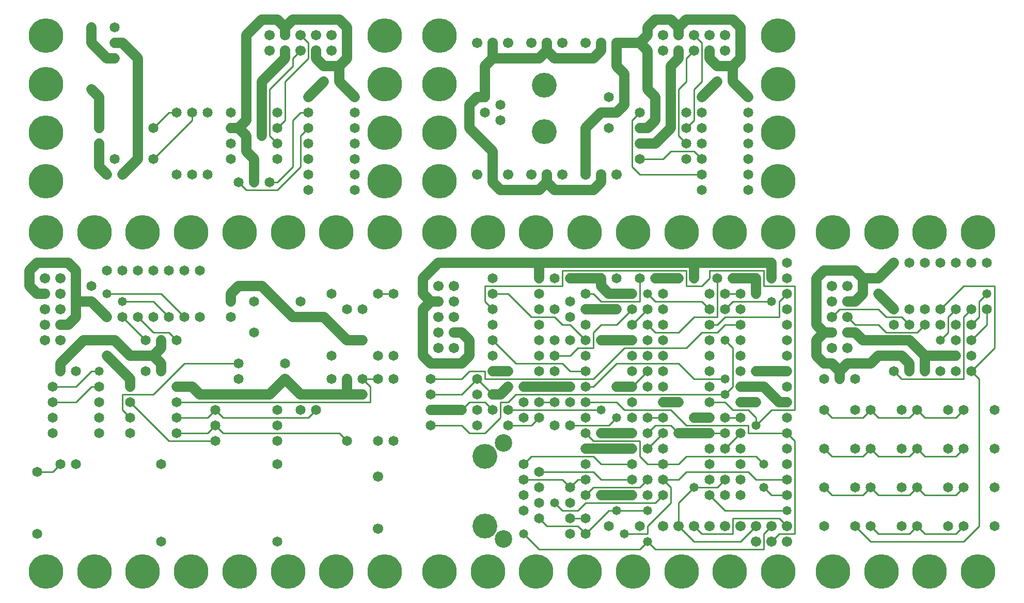
<source format=gbl>
%MOIN*%
%FSLAX25Y25*%
G04 D10 used for Character Trace; *
G04     Circle (OD=.01000) (No hole)*
G04 D11 used for Power Trace; *
G04     Circle (OD=.06500) (No hole)*
G04 D12 used for Signal Trace; *
G04     Circle (OD=.01100) (No hole)*
G04 D13 used for Via; *
G04     Circle (OD=.05800) (Round. Hole ID=.02800)*
G04 D14 used for Component hole; *
G04     Circle (OD=.06500) (Round. Hole ID=.03500)*
G04 D15 used for Component hole; *
G04     Circle (OD=.06700) (Round. Hole ID=.04300)*
G04 D16 used for Component hole; *
G04     Circle (OD=.08100) (Round. Hole ID=.05100)*
G04 D17 used for Component hole; *
G04     Circle (OD=.08900) (Round. Hole ID=.05900)*
G04 D18 used for Component hole; *
G04     Circle (OD=.11300) (Round. Hole ID=.08300)*
G04 D19 used for Component hole; *
G04     Circle (OD=.16000) (Round. Hole ID=.13000)*
G04 D20 used for Component hole; *
G04     Circle (OD=.18300) (Round. Hole ID=.15300)*
G04 D21 used for Component hole; *
G04     Circle (OD=.22291) (Round. Hole ID=.19291)*
%ADD10C,.01000*%
%ADD11C,.06500*%
%ADD12C,.01100*%
%ADD13C,.05800*%
%ADD14C,.06500*%
%ADD15C,.06700*%
%ADD16C,.08100*%
%ADD17C,.08900*%
%ADD18C,.11300*%
%ADD19C,.16000*%
%ADD20C,.18300*%
%ADD21C,.22291*%
%IPPOS*%
%LPD*%
G90*X0Y0D02*D21*X15625Y15625D03*D14*              
X10000Y40000D03*D21*X46875Y15625D03*D12*          
X10000Y80000D02*X20000D01*D14*X10000D03*D12*      
X20000D02*X25000Y85000D01*D14*D03*X35000D03*      
X20000Y105000D03*X50000D03*Y115000D03*X20000D03*  
X50000Y125000D03*D12*X20000D02*X35000D01*D14*     
X20000D03*Y135000D03*D12*X35000D01*               
X45000Y145000D01*X50000D01*D13*D03*               
X55000Y155000D03*D11*X70000Y140000D01*Y135000D01* 
D14*D03*D12*X65000Y120000D02*Y130000D01*          
X70000Y115000D02*X65000Y120000D01*D14*            
X70000Y115000D03*Y125000D03*D12*X95000Y100000D01* 
X125000D01*D14*D03*D12*X130000Y105000D02*         
X205000D01*X210000Y100000D01*D14*D03*             
X190000Y120000D03*D12*X185000Y115000D01*          
X130000D01*X125000Y120000D01*D14*D03*D12*         
X120000Y115000D01*X100000D01*D14*D03*Y125000D03*  
D12*X225000D01*Y135000D01*X220000Y140000D01*D14*  
D03*D12*X230000D01*D14*D03*X220000Y130000D03*D11* 
X210000D01*X200000D01*D14*D03*D11*X185000D01*D14* 
D03*D11*X180000D01*X170000Y140000D01*D14*D03*D11* 
X160000Y130000D01*X115000D01*X110000Y135000D01*   
X100000D01*D14*D03*X90000Y145000D03*D11*          
Y150000D01*X85000Y155000D01*X70000D01*            
X60000Y165000D01*X40000D01*X25000Y150000D01*      
Y145000D01*D14*D03*X35000D03*D12*Y125000D02*      
X45000Y135000D01*X50000D01*D14*D03*D12*           
X65000Y130000D02*X85000D01*X105000Y150000D01*     
X140000D01*D14*D03*Y140000D03*X150000Y170000D03*  
X170000Y150000D03*X135000Y180000D03*X115000D03*   
X165000Y120000D03*X105000Y180000D03*D12*          
X90000Y195000D01*X55000D01*D13*D03*               
X65000Y190000D03*D12*X85000D01*X95000Y180000D01*  
D14*D03*D12*X85000Y170000D02*X95000D01*           
X100000Y165000D01*D14*D03*X90000D03*D11*          
Y160000D01*X85000Y155000D01*D14*X80000Y145000D03* 
Y165000D03*D12*X65000Y180000D01*D14*D03*X75000D03*
D12*X85000Y170000D01*D14*Y180000D03*X55000D03*D11*
X45000Y190000D01*D14*D03*D11*X35000D01*Y180000D01*
X30000Y175000D01*X25000D01*D15*D03*               
X15000Y185000D03*Y165000D03*X25000Y185000D03*     
X15000Y175000D03*X25000Y165000D03*D11*            
X35000Y190000D02*Y210000D01*X30000Y215000D01*     
X10000D01*X5000Y210000D01*Y200000D01*             
X10000Y195000D01*X15000D01*D15*D03*               
X25000Y205000D03*Y195000D03*X15000Y205000D03*D14* 
X45000Y200000D03*D21*X46875Y234375D03*X15625D03*  
D14*X55000Y210000D03*X65000D03*X75000D03*D21*     
X78125Y234375D03*D14*X85000Y210000D03*X95000D03*  
X105000D03*X70000Y105000D03*X100000D03*D12*       
X120000D01*X125000Y110000D01*D14*D03*D12*         
X130000Y105000D01*D14*X165000Y85000D03*Y100000D03*
Y110000D03*X90000Y85000D03*X180000Y120000D03*     
X90000Y35000D03*X200000Y140000D03*                
X165000Y35000D03*X200000Y155000D03*D11*           
X210000Y165000D02*X195000Y180000D01*D14*          
X210000Y165000D03*D11*X220000D01*D14*D03*         
X230000Y155000D03*X240000D03*X220000Y185000D03*   
X210000D03*D11*X180000Y180000D02*X195000D01*D14*  
X180000D03*D11*X175000D01*X155000Y200000D01*      
X140000D01*X135000Y195000D01*Y190000D01*D14*D03*  
X150000D03*X115000Y210000D03*D21*                 
X171875Y234375D03*X140625D03*D14*                 
X180000Y190000D03*D21*X109375Y234375D03*D14*      
X200000Y195000D03*D21*X203125Y234375D03*D11*      
X210000Y130000D02*Y140000D01*D14*D03*X240000D03*  
X230000Y100000D03*X240000D03*Y195000D03*D12*      
X230000D01*D14*D03*D21*X234375Y234375D03*D15*     
X230000Y76800D03*Y43200D03*D21*X78125Y15625D03*   
X109375D03*X140625D03*X171875D03*X203125D03*      
X234375D03*G90*X0Y2000D02*D14*X215000Y262000D03*  
X185000D03*D12*X145000D02*X165000D01*             
X140000Y267000D02*X145000Y262000D01*D14*          
X140000Y267000D03*X150000D03*D11*Y282000D01*      
X145000Y287000D01*Y297000D01*X140000Y302000D01*   
X135000D01*D14*D03*D11*X140000D02*                
X145000Y307000D01*Y322000D01*D14*D03*D11*         
Y362000D01*X155000Y372000D01*X165000D01*          
X170000Y367000D01*Y362000D01*D15*D03*D11*         
Y367000D02*X175000Y372000D01*X205000D01*          
X210000Y367000D01*Y347000D01*X205000Y342000D01*   
X195000D01*X190000Y347000D01*Y352000D01*D15*D03*  
D12*X180000Y362000D02*X185000Y357000D01*D15*      
X180000Y362000D03*D12*X185000Y357000D02*          
Y347000D01*X170000Y332000D01*Y307000D01*          
X165000Y302000D01*D14*D03*D12*X160000Y327000D02*  
Y297000D01*Y327000D02*X175000Y342000D01*          
Y347000D01*X180000Y352000D01*D15*D03*             
X190000Y362000D03*X170000Y352000D03*D11*          
Y347000D01*X155000Y332000D01*Y322000D01*D14*D03*  
D11*Y297000D01*D13*D03*D12*X160000D02*            
X165000Y292000D01*D14*D03*Y282000D03*D12*         
Y262000D02*X180000Y277000D01*D14*                 
X160000Y267000D03*D12*X165000D01*                 
X175000Y277000D01*Y307000D01*X180000Y312000D01*   
X185000D01*D14*D03*Y322000D03*D11*                
X195000Y332000D01*D14*D03*D11*X205000Y342000D02*  
Y332000D01*D14*D03*D11*X215000Y322000D01*D14*D03* 
Y312000D03*Y302000D03*D21*X234375Y330125D03*      
Y298875D03*D14*X185000Y292000D03*X215000D03*D15*  
X200000Y352000D03*D14*X185000Y302000D03*D12*      
X180000Y297000D01*Y277000D01*D14*                 
X185000Y272000D03*Y282000D03*X215000Y272000D03*   
Y282000D03*X165000Y312000D03*X135000D03*          
Y292000D03*Y282000D03*D21*X234375Y267625D03*D14*  
X120000Y312000D03*Y272000D03*X110000Y312000D03*   
D12*Y307000D01*X85000Y282000D01*D14*D03*X75000D03*
D11*X65000Y272000D01*D14*D03*D11*X75000Y302000D02*
Y282000D01*D14*Y302000D03*D11*Y347000D01*         
X65000Y357000D01*X60000D01*D14*D03*D11*X45000D02* 
X55000Y347000D01*X45000Y367000D02*Y357000D01*D14* 
Y367000D03*X60000D03*D11*X55000Y347000D02*        
X60000D01*D14*D03*X45000Y327000D03*D11*           
X50000Y322000D01*Y302000D01*D14*D03*Y292000D03*   
D11*Y277000D01*X55000Y272000D01*D14*D03*          
X60000Y282000D03*X85000Y302000D03*D12*            
X95000Y312000D01*X100000D01*D14*D03*Y272000D03*   
X110000D03*D15*X160000Y352000D03*Y362000D03*D21*  
X15625Y361375D03*Y330125D03*Y298875D03*Y267625D03*
D15*X200000Y362000D03*D21*X234375Y361375D03*G90*  
X4000Y0D02*D11*X264000Y150000D02*                 
X259000Y155000D01*X264000Y150000D02*X284000D01*   
D13*D03*D11*X289000Y155000D01*Y165000D01*         
X284000Y170000D01*X279000D01*D15*D03*             
X269000Y180000D03*Y160000D03*X279000Y180000D03*   
X269000Y170000D03*X279000Y160000D03*D12*          
X304000Y185000D02*X299000Y190000D01*D14*          
X304000Y185000D03*D12*X299000Y190000D02*          
Y200000D01*X349000D01*Y210000D01*X429000D01*      
Y200000D01*X439000D01*X444000Y205000D01*          
Y210000D01*X479000D01*Y200000D01*X499000D01*      
Y120000D01*X484000D01*X474000Y110000D01*D13*D03*  
D12*Y115000D01*X469000Y120000D01*X459000D01*      
X454000Y125000D01*X444000D01*D14*D03*             
X454000Y115000D03*D12*X464000D01*D14*D03*D12*     
X469000Y105000D02*Y110000D01*Y105000D02*          
X494000D01*D14*D03*D12*X499000Y100000D01*         
Y40000D01*X489000D01*X484000Y35000D01*D15*D03*D12*
X479000Y30000D02*Y40000D01*X409000Y30000D02*      
X479000D01*X409000D02*X404000Y35000D01*D13*D03*   
D12*X399000Y30000D01*X334000D01*X324000Y40000D01* 
D13*D03*D14*X334000Y50000D03*D12*X339000Y45000D01*
X359000D01*X364000Y40000D01*D14*D03*D12*          
X379000Y55000D01*X384000D01*D13*D03*D12*          
X404000D01*D13*D03*D12*X364000Y60000D02*          
X409000D01*X359000Y55000D02*X364000Y60000D01*     
X349000Y55000D02*X359000D01*X349000D02*           
X344000Y60000D01*D13*D03*D14*X354000Y50000D03*D12*
X364000D01*D14*D03*X354000Y60000D03*Y40000D03*D13*
X374000Y65000D03*D11*X394000D01*D14*D03*D12*      
X369000Y70000D02*X399000D01*X364000Y65000D02*     
X369000Y70000D01*D14*X364000Y65000D03*D12*        
X374000Y75000D02*X394000D01*D14*D03*D12*          
X399000Y70000D02*X404000Y75000D01*D14*D03*        
X414000Y65000D03*D12*X409000Y60000D01*D14*        
X404000Y65000D03*D12*X419000Y60000D02*Y70000D01*  
X404000Y45000D02*X419000Y60000D01*                
X404000Y40000D02*Y45000D01*X389000Y40000D02*      
X404000D01*D13*X389000D03*D14*X379000Y45000D03*   
X399000D03*D21*X363375Y15625D03*D15*              
X414000Y45000D03*D21*X394625Y15625D03*D12*        
X419000Y70000D02*X414000Y75000D01*D14*D03*D12*    
X424000D01*X429000Y80000D01*X469000D01*           
X474000Y75000D01*X494000D01*D14*D03*D12*          
X484000Y65000D02*X494000D01*D14*D03*D12*          
X484000D02*X479000Y70000D01*D13*D03*              
X494000Y55000D03*D12*X454000D01*X444000Y65000D01* 
D14*D03*D12*X434000Y70000D02*X449000D01*D13*      
X434000D03*D12*X424000Y60000D01*Y45000D01*D15*D03*
D12*X434000Y35000D01*X464000D01*X474000Y45000D01* 
D15*D03*D12*X479000Y40000D02*X484000Y45000D01*D15*
D03*D12*X494000D02*X489000Y50000D01*D15*          
X494000Y45000D03*D12*X459000Y50000D02*X489000D01* 
X459000Y40000D02*Y50000D01*X439000Y40000D02*      
X459000D01*X439000D02*X434000Y45000D01*D15*D03*   
X444000D03*D14*X454000Y65000D03*D15*Y45000D03*D12*
X449000Y70000D02*X454000Y75000D01*D14*D03*        
X464000Y65000D03*Y85000D03*X444000D03*            
X464000Y75000D03*X444000D03*X464000Y95000D03*     
X454000D03*D12*X464000Y105000D01*D14*D03*D12*     
X429000Y110000D02*X469000D01*X429000D02*          
X419000Y120000D01*X389000D01*X384000Y125000D01*   
X364000D01*D14*D03*D13*X354000Y135000D03*D11*     
X324000D01*D14*D03*D12*X314000Y125000D02*         
X319000Y130000D01*X309000Y125000D02*X314000D01*   
X309000Y115000D02*Y125000D01*X299000Y105000D02*   
X309000Y115000D01*X289000Y105000D02*X299000D01*   
X289000D02*X284000Y110000D01*X264000D01*D14*D03*  
Y120000D03*D11*X284000D01*D13*D03*D12*            
X289000Y125000D01*X299000D01*X304000Y120000D01*   
D14*D03*X314000Y110000D03*D12*X329000D01*         
X334000Y115000D01*D14*D03*X344000Y125000D03*D12*  
X334000D01*D14*D03*X324000Y115000D03*Y125000D03*  
D12*X319000Y130000D02*X454000D01*D13*D03*D12*     
X459000Y135000D01*Y160000D01*X454000Y165000D01*   
D13*D03*D12*X439000Y170000D02*X449000D01*         
X429000Y160000D02*X439000Y170000D01*              
X389000Y160000D02*X429000D01*X369000Y140000D02*   
X389000Y160000D01*X299000Y140000D02*X369000D01*   
X299000D02*Y145000D01*X289000D01*                 
X284000Y140000D01*X264000D01*D14*D03*Y130000D03*  
D12*X284000D01*X294000Y140000D01*D14*D03*D12*     
X304000Y130000D01*D14*D03*D11*X309000D01*         
X314000Y135000D01*D14*D03*X304000Y145000D03*D11*  
X314000D01*D13*D03*D12*X319000Y150000D02*         
X349000D01*X354000Y145000D01*X364000D01*D14*D03*  
D12*X344000Y155000D02*X354000D01*D14*X344000D03*  
X354000Y165000D03*X334000D03*Y145000D03*D12*      
X354000Y155000D02*X359000Y160000D01*X369000D01*   
Y170000D01*X374000Y175000D01*X384000D01*          
X394000Y185000D01*D14*D03*D12*X374000Y190000D02*  
X399000D01*X374000D02*X369000Y195000D01*          
X364000D01*D14*D03*X374000Y205000D03*D11*         
Y200000D01*X379000Y195000D01*X394000D01*D14*D03*  
D12*X399000Y190000D02*Y205000D01*D14*D03*         
X409000D03*D11*X424000D01*D14*D03*D11*X434000D02* 
Y215000D01*D14*Y205000D03*X444000Y195000D03*D11*  
X334000Y215000D02*X434000D01*X334000Y205000D02*   
Y215000D01*D14*Y205000D03*X344000D03*D11*         
X269000Y215000D02*X334000D01*X259000Y205000D02*   
X269000Y215000D01*X259000Y195000D02*Y205000D01*   
X264000Y190000D02*X259000Y195000D01*Y185000D02*   
X264000Y190000D01*X259000Y155000D02*Y185000D01*   
D14*X294000Y120000D03*Y130000D03*D15*             
X279000Y190000D03*X269000D03*D11*X264000D01*D15*  
X269000Y200000D03*X279000D03*D14*                 
X304000Y155000D03*Y165000D03*D12*                 
X319000Y150000D01*D14*X334000Y155000D03*          
Y175000D03*X344000Y145000D03*Y165000D03*          
X304000Y175000D03*D12*X349000D02*                 
X344000Y180000D01*X349000Y175000D02*X354000D01*   
X364000Y165000D01*D14*D03*D13*X374000D03*D11*     
X394000D01*D14*D03*X404000Y155000D03*Y175000D03*  
D12*X409000Y170000D01*X424000D01*                 
X434000Y180000D01*X449000D01*Y205000D01*D14*D03*  
X459000D03*D11*X474000D01*D14*D03*D11*Y195000D01* 
D13*D03*D14*X484000Y205000D03*D11*Y215000D01*     
X434000D01*D14*X454000Y195000D03*D12*X464000D01*  
D14*D03*D12*X454000Y185000D02*X459000Y190000D01*  
D14*X454000Y185000D03*D12*X459000Y190000D02*      
X484000D01*D13*D03*D12*X489000Y180000D02*         
Y190000D01*X454000Y180000D02*X489000D01*          
X449000Y175000D02*X454000Y180000D01*              
X444000Y175000D02*X449000D01*D14*X444000D03*D12*  
X449000Y170000D02*X454000Y175000D01*X464000D01*   
D14*D03*Y185000D03*Y165000D03*X444000Y155000D03*  
Y185000D03*D12*X439000Y190000D01*X409000D01*      
X404000Y195000D01*D13*D03*D14*X414000Y185000D03*  
Y195000D03*X404000Y185000D03*D12*                 
X394000Y175000D01*D14*D03*X404000Y165000D03*D13*  
X384000Y185000D03*D11*X364000D01*D14*D03*         
X354000Y190000D03*X364000Y175000D03*              
X354000Y180000D03*X384000Y205000D03*D11*          
X354000D02*X374000D01*D14*X354000D03*             
X334000Y185000D03*X344000D03*X334000Y195000D03*   
D12*X329000Y180000D02*X344000D01*X329000D02*      
X314000Y195000D01*X304000D01*D14*D03*Y205000D03*  
D21*X332125Y234375D03*X300875D03*X269625D03*D14*  
X364000Y135000D03*D12*X369000D01*                 
X384000Y150000D01*X424000D01*X434000Y140000D01*   
X454000D01*D13*D03*D14*X464000Y135000D03*D11*     
X479000D01*X489000Y125000D01*X494000D01*D14*D03*  
Y135000D03*Y115000D03*D13*X474000Y145000D03*D11*  
X494000D01*D14*D03*Y155000D03*D13*                
X474000Y125000D03*D11*X464000D01*D14*D03*         
X444000Y145000D03*Y105000D03*D11*X424000D01*D13*  
D03*D12*X419000Y110000D01*X409000D01*             
X404000Y105000D01*D14*D03*D12*X399000Y90000D02*   
Y100000D01*X404000Y85000D02*X399000Y90000D01*     
X404000Y85000D02*X414000D01*D14*D03*D12*          
X424000D01*X429000Y90000D01*X474000D01*           
X479000Y85000D01*D13*D03*D14*X494000D03*Y95000D03*
X454000Y105000D03*D12*X444000D01*D13*             
X434000Y115000D03*D11*X444000D01*D14*D03*D13*     
X424000Y125000D03*D11*X414000D01*D14*D03*         
X404000Y135000D03*Y115000D03*D12*X414000D01*D14*  
D03*Y105000D03*D12*X404000Y95000D01*D14*D03*D12*  
X369000Y100000D02*X399000D01*X369000D02*          
X364000Y105000D01*D14*D03*X354000Y110000D03*D12*  
X379000D01*X384000Y115000D01*D13*D03*D14*         
X394000Y105000D03*D11*X374000D01*D13*D03*         
X384000Y95000D03*D11*X364000D01*D14*D03*D12*      
X374000Y85000D02*X369000Y90000D01*                
X374000Y85000D02*X394000D01*D14*D03*D11*          
X384000Y95000D02*X394000D01*D14*D03*D12*          
X374000Y75000D02*X369000Y80000D01*X334000D01*D14* 
D03*X324000Y85000D03*D12*X329000Y90000D01*        
X369000D01*D14*X364000Y85000D03*D12*              
X354000Y70000D02*X359000Y75000D01*D14*            
X354000Y70000D03*D12*X349000Y75000D01*X324000D01* 
D14*D03*X334000Y70000D03*X324000Y65000D03*        
X334000Y60000D03*X324000Y55000D03*D19*            
X299000Y90000D03*D18*X311000Y98500D03*D19*        
X299000Y45000D03*D14*X344000Y110000D03*D12*       
X359000Y75000D02*X364000D01*D14*D03*              
X394000Y115000D03*X364000D03*D13*                 
X374000Y120000D03*D12*X314000D01*D14*D03*         
X294000Y110000D03*X354000Y125000D03*              
X364000Y155000D03*D13*X384000Y135000D03*D11*      
X394000D01*D14*D03*D12*X404000Y145000D01*D14*D03* 
X414000Y135000D03*Y155000D03*X394000D03*          
X414000Y145000D03*X394000D03*X414000Y165000D03*   
X394000Y125000D03*X414000Y175000D03*              
X444000Y135000D03*Y165000D03*X414000Y95000D03*    
X444000D03*X464000Y145000D03*Y155000D03*D12*      
X489000Y190000D02*X494000Y195000D01*D14*D03*      
Y205000D03*Y185000D03*Y215000D03*Y175000D03*      
Y165000D03*D21*X488375Y234375D03*X457125D03*      
X425875D03*X394625D03*X363375D03*D15*             
X464000Y45000D03*X474000Y35000D03*X494000D03*D21* 
X332125Y15625D03*X425875D03*X457125D03*X488375D03*
D18*X311000Y36500D03*D21*X300875Y15625D03*        
X269625D03*G90*X4000Y2000D02*X269625Y267625D03*   
D15*X294000Y272000D03*D21*X269625Y298875D03*D11*  
X289000Y317000D02*Y302000D01*Y317000D02*          
X294000Y322000D01*X299000D01*D14*D03*D11*         
Y342000D01*X304000Y347000D01*Y357000D01*D15*D03*  
X314000D03*X294000D03*D11*X304000Y347000D02*      
X334000D01*X339000Y352000D01*Y357000D01*D15*D03*  
D11*Y352000D02*X344000Y347000D01*X369000D01*      
X374000Y352000D01*Y357000D01*D15*D03*X384000D03*  
D11*Y342000D01*X389000Y337000D01*Y317000D01*      
X384000Y312000D01*X379000D01*D14*D03*D11*         
X374000D01*X364000Y302000D01*Y272000D01*D15*D03*  
D11*X369000Y262000D02*X374000Y267000D01*          
X344000Y262000D02*X369000D01*X339000Y267000D02*   
X344000Y262000D01*X334000D02*X339000Y267000D01*   
X309000Y262000D02*X334000D01*X304000Y267000D02*   
X309000Y262000D01*X304000Y272000D02*Y267000D01*   
D15*Y272000D03*D11*Y287000D01*X289000Y302000D01*  
D14*X299000Y312000D03*X309000Y307000D03*          
Y317000D03*D21*X269625Y330125D03*D15*             
X314000Y272000D03*X329000D03*D11*X339000D02*      
Y267000D01*D15*Y272000D03*X349000D03*D19*         
X337500Y299500D03*D11*X374000Y272000D02*          
Y267000D01*D15*Y272000D03*X384000D03*D12*         
X394000Y307000D02*Y277000D01*Y307000D02*          
X399000Y312000D01*D14*D03*X409000Y322000D03*D11*  
X404000Y327000D01*Y352000D01*X399000Y357000D01*   
X384000D01*X399000D02*X404000Y362000D01*          
Y367000D01*X409000Y372000D01*X419000D01*          
X424000Y367000D01*Y362000D01*D15*D03*D11*         
Y367000D02*X429000Y372000D01*X459000D01*          
X464000Y367000D01*Y347000D01*X459000Y342000D01*   
X449000D01*X444000Y347000D01*Y352000D01*D15*D03*  
D12*X434000Y362000D02*X439000Y357000D01*D15*      
X434000Y362000D03*D12*X439000Y357000D02*          
Y332000D01*X434000Y327000D01*Y307000D01*          
X429000Y302000D01*D14*D03*D12*X424000Y327000D02*  
Y297000D01*Y327000D02*X429000Y332000D01*          
Y347000D01*X434000Y352000D01*D15*D03*             
X444000Y362000D03*X424000Y352000D03*D11*          
Y347000D01*X419000Y342000D01*Y322000D01*D14*D03*  
D11*Y302000D01*X409000Y292000D01*X399000D01*D14*  
D03*D11*Y302000D02*X404000D01*D14*X399000D03*D11* 
X404000D02*X409000Y307000D01*Y322000D01*D14*      
X429000Y312000D03*D12*X424000Y297000D02*          
X429000Y292000D01*D14*D03*D12*X419000Y287000D02*  
X434000D01*X414000Y282000D02*X419000Y287000D01*   
X399000Y282000D02*X414000D01*D14*X399000D03*D12*  
X394000Y277000D02*X399000Y272000D01*X439000D01*   
D14*D03*X429000Y282000D03*X439000D03*D12*         
X434000Y287000D01*D14*X439000Y292000D03*          
Y302000D03*Y312000D03*Y262000D03*                 
X469000Y322000D03*D11*X459000Y332000D01*D14*D03*  
D11*Y342000D01*D14*X449000Y332000D03*D11*         
X439000Y322000D01*D14*D03*X469000Y292000D03*      
Y302000D03*D15*X454000Y352000D03*D14*             
X469000Y312000D03*D15*X414000Y352000D03*          
X454000Y362000D03*X414000D03*D14*                 
X469000Y282000D03*D21*X488375Y298875D03*          
Y330125D03*D14*X469000Y272000D03*D21*             
X488375Y361375D03*Y267625D03*D14*                 
X379000Y322000D03*Y302000D03*X469000Y262000D03*   
D15*X364000Y357000D03*X349000D03*D19*             
X337500Y329500D03*D15*X329000Y357000D03*D21*      
X269625Y361375D03*G90*X3000Y0D02*D11*             
X518000Y150000D02*X513000Y155000D01*              
X518000Y150000D02*X523000D01*X528000Y145000D01*   
Y140000D01*D14*D03*D11*Y145000D02*                
X533000Y150000D01*X548000D01*X553000Y155000D01*   
D14*D03*D11*X568000D01*X573000Y150000D01*         
Y145000D01*D14*D03*D12*X568000Y140000D02*         
X608000D01*Y180000D01*X613000Y185000D01*D14*D03*  
D12*Y175000D02*X618000Y180000D01*D14*             
X613000Y175000D03*D12*X618000Y180000D02*          
Y190000D01*X623000Y195000D01*D13*D03*D12*         
X628000Y160000D02*Y200000D01*X613000Y145000D02*   
X628000Y160000D01*D14*X613000Y145000D03*D12*      
X618000Y140000D01*Y45000D01*X608000Y35000D01*     
X548000D01*X538000Y45000D01*D14*D03*X548000D03*   
D12*X553000Y40000D01*X573000D01*X578000Y45000D01* 
D14*D03*D12*X583000Y40000D01*X603000D01*          
X608000Y45000D01*D14*D03*X598000D03*X628000D03*   
D12*X583000Y65000D02*X603000D01*X583000D02*       
X578000Y70000D01*D14*D03*D12*X573000Y65000D01*    
X553000D01*X548000Y70000D01*D14*D03*D12*          
X543000Y65000D01*X523000D01*X518000Y70000D01*D14* 
D03*D12*X523000Y90000D02*X543000D01*              
X548000Y95000D01*D14*D03*D12*X553000Y90000D01*    
X573000D01*X578000Y95000D01*D14*D03*D12*          
X583000Y90000D01*X603000D01*X608000Y95000D01*D14* 
D03*X598000D03*X628000D03*D12*X583000Y115000D02*  
X603000D01*X583000D02*X578000Y120000D01*D14*D03*  
D12*X573000Y115000D01*X553000D01*                 
X548000Y120000D01*D14*D03*D12*X543000Y115000D01*  
X523000D01*X518000Y120000D01*D14*D03*             
X538000Y140000D03*Y120000D03*X518000Y140000D03*   
Y95000D03*D12*X523000Y90000D01*D14*               
X538000Y95000D03*Y70000D03*X568000Y45000D03*      
Y70000D03*X518000Y45000D03*X568000Y95000D03*      
Y120000D03*D12*Y140000D02*X563000Y145000D01*D14*  
D03*D11*X543000Y165000D02*X553000D01*D14*D03*D11* 
X573000D01*X583000Y155000D01*Y145000D01*D14*D03*  
X593000D03*D11*X583000Y155000D02*X603000D01*D14*  
D03*X613000Y165000D03*D12*X623000Y175000D01*      
Y185000D01*D14*D03*D12*X593000D02*                
X608000Y200000D01*D14*X593000Y185000D03*D12*      
X598000Y170000D02*Y180000D01*X593000Y165000D02*   
X598000Y170000D01*D13*X593000Y165000D03*D14*      
X603000Y175000D03*X583000D03*D12*                 
X578000Y170000D01*X558000D01*X553000Y175000D01*   
X538000D01*X533000Y180000D01*D15*D03*D12*         
X523000D02*X528000Y185000D01*D15*                 
X523000Y180000D03*D12*X528000Y185000D02*          
X553000D01*X558000Y180000D01*X568000D01*          
X573000Y175000D01*D14*D03*X583000Y185000D03*      
X563000D03*D11*X553000Y195000D01*D14*D03*D11*     
X543000D02*Y205000D01*X538000Y190000D02*          
X543000Y195000D01*X533000Y190000D02*X538000D01*   
D15*X533000D03*X523000Y200000D03*X533000D03*      
X523000Y190000D03*D11*X543000Y205000D02*          
X553000D01*D14*D03*D11*X563000Y215000D01*D14*D03* 
X573000D03*X583000D03*D21*X554875Y234375D03*D11*  
X543000Y205000D02*X538000Y210000D01*X518000D01*   
X513000Y205000D01*Y175000D01*X518000Y170000D01*   
X513000Y165000D01*Y155000D01*D15*                 
X523000Y160000D03*Y170000D03*D11*X518000D01*D15*  
X533000Y160000D03*Y170000D03*D11*X538000D01*      
X543000Y165000D01*D14*X563000Y175000D03*          
X573000Y185000D03*X593000Y215000D03*Y175000D03*   
X598000Y120000D03*D12*Y180000D02*                 
X603000Y185000D01*D14*D03*D12*X608000Y200000D02*  
X628000D01*D14*X613000Y215000D03*X623000D03*      
X603000D03*Y165000D03*D21*X617375Y234375D03*      
X586125D03*D14*X613000Y155000D03*                 
X603000Y145000D03*X608000Y120000D03*D12*          
X603000Y115000D01*D14*X628000Y120000D03*          
X598000Y70000D03*X608000D03*D12*X603000Y65000D01* 
D14*X628000Y70000D03*D21*X554875Y15625D03*        
X586125D03*X617375D03*X523625D03*Y234375D03*M02*  

</source>
